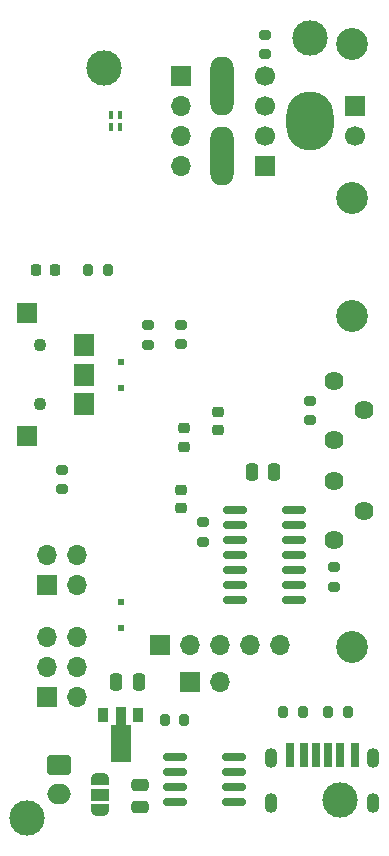
<source format=gts>
G04 #@! TF.GenerationSoftware,KiCad,Pcbnew,(6.0.10-0)*
G04 #@! TF.CreationDate,2024-06-01T19:56:01+09:00*
G04 #@! TF.ProjectId,AutoFeeder_Drum-type,4175746f-4665-4656-9465-725f4472756d,01*
G04 #@! TF.SameCoordinates,Original*
G04 #@! TF.FileFunction,Soldermask,Top*
G04 #@! TF.FilePolarity,Negative*
%FSLAX46Y46*%
G04 Gerber Fmt 4.6, Leading zero omitted, Abs format (unit mm)*
G04 Created by KiCad (PCBNEW (6.0.10-0)) date 2024-06-01 19:56:01*
%MOMM*%
%LPD*%
G01*
G04 APERTURE LIST*
G04 Aperture macros list*
%AMRoundRect*
0 Rectangle with rounded corners*
0 $1 Rounding radius*
0 $2 $3 $4 $5 $6 $7 $8 $9 X,Y pos of 4 corners*
0 Add a 4 corners polygon primitive as box body*
4,1,4,$2,$3,$4,$5,$6,$7,$8,$9,$2,$3,0*
0 Add four circle primitives for the rounded corners*
1,1,$1+$1,$2,$3*
1,1,$1+$1,$4,$5*
1,1,$1+$1,$6,$7*
1,1,$1+$1,$8,$9*
0 Add four rect primitives between the rounded corners*
20,1,$1+$1,$2,$3,$4,$5,0*
20,1,$1+$1,$4,$5,$6,$7,0*
20,1,$1+$1,$6,$7,$8,$9,0*
20,1,$1+$1,$8,$9,$2,$3,0*%
%AMFreePoly0*
4,1,22,0.550000,-0.750000,0.000000,-0.750000,0.000000,-0.745033,-0.079941,-0.743568,-0.215256,-0.701293,-0.333266,-0.622738,-0.424486,-0.514219,-0.481581,-0.384460,-0.499164,-0.250000,-0.500000,-0.250000,-0.500000,0.250000,-0.499164,0.250000,-0.499963,0.256109,-0.478152,0.396186,-0.417904,0.524511,-0.324060,0.630769,-0.204165,0.706417,-0.067858,0.745374,0.000000,0.744959,0.000000,0.750000,
0.550000,0.750000,0.550000,-0.750000,0.550000,-0.750000,$1*%
%AMFreePoly1*
4,1,20,0.000000,0.744959,0.073905,0.744508,0.209726,0.703889,0.328688,0.626782,0.421226,0.519385,0.479903,0.390333,0.500000,0.250000,0.500000,-0.250000,0.499851,-0.262216,0.476331,-0.402017,0.414519,-0.529596,0.319384,-0.634700,0.198574,-0.708877,0.061801,-0.746166,0.000000,-0.745033,0.000000,-0.750000,-0.550000,-0.750000,-0.550000,0.750000,0.000000,0.750000,0.000000,0.744959,
0.000000,0.744959,$1*%
%AMFreePoly2*
4,1,9,3.862500,-0.866500,0.737500,-0.866500,0.737500,-0.450000,-0.737500,-0.450000,-0.737500,0.450000,0.737500,0.450000,0.737500,0.866500,3.862500,0.866500,3.862500,-0.866500,3.862500,-0.866500,$1*%
G04 Aperture macros list end*
%ADD10FreePoly0,90.000000*%
%ADD11R,1.500000X1.000000*%
%ADD12FreePoly1,90.000000*%
%ADD13RoundRect,0.200000X-0.200000X-0.275000X0.200000X-0.275000X0.200000X0.275000X-0.200000X0.275000X0*%
%ADD14RoundRect,0.150000X0.825000X0.150000X-0.825000X0.150000X-0.825000X-0.150000X0.825000X-0.150000X0*%
%ADD15RoundRect,0.200000X-0.275000X0.200000X-0.275000X-0.200000X0.275000X-0.200000X0.275000X0.200000X0*%
%ADD16R,1.700000X1.700000*%
%ADD17O,1.700000X1.700000*%
%ADD18C,3.000000*%
%ADD19O,2.000000X5.000000*%
%ADD20RoundRect,0.225000X0.250000X-0.225000X0.250000X0.225000X-0.250000X0.225000X-0.250000X-0.225000X0*%
%ADD21RoundRect,0.225000X-0.250000X0.225000X-0.250000X-0.225000X0.250000X-0.225000X0.250000X0.225000X0*%
%ADD22RoundRect,0.150000X-0.825000X-0.150000X0.825000X-0.150000X0.825000X0.150000X-0.825000X0.150000X0*%
%ADD23RoundRect,0.250000X0.250000X0.475000X-0.250000X0.475000X-0.250000X-0.475000X0.250000X-0.475000X0*%
%ADD24C,2.700000*%
%ADD25RoundRect,0.200000X0.200000X0.275000X-0.200000X0.275000X-0.200000X-0.275000X0.200000X-0.275000X0*%
%ADD26R,0.900000X1.300000*%
%ADD27FreePoly2,270.000000*%
%ADD28C,1.620000*%
%ADD29RoundRect,0.218750X0.218750X0.256250X-0.218750X0.256250X-0.218750X-0.256250X0.218750X-0.256250X0*%
%ADD30R,0.700000X2.000000*%
%ADD31R,0.760000X2.000000*%
%ADD32R,0.800000X2.000000*%
%ADD33O,1.100000X1.700000*%
%ADD34C,1.100000*%
%ADD35R,1.800000X1.900000*%
%ADD36R,1.700000X1.800000*%
%ADD37R,0.500000X0.500000*%
%ADD38O,4.000000X5.000000*%
%ADD39R,0.400000X0.650000*%
%ADD40RoundRect,0.250000X-0.475000X0.250000X-0.475000X-0.250000X0.475000X-0.250000X0.475000X0.250000X0*%
%ADD41RoundRect,0.250000X-0.750000X0.600000X-0.750000X-0.600000X0.750000X-0.600000X0.750000X0.600000X0*%
%ADD42O,2.000000X1.700000*%
%ADD43C,1.700000*%
G04 APERTURE END LIST*
D10*
X120142000Y-137825000D03*
D11*
X120142000Y-136525000D03*
D12*
X120142000Y-135225000D03*
D13*
X119167500Y-92075000D03*
X120817500Y-92075000D03*
D14*
X131510000Y-137160000D03*
X131510000Y-135890000D03*
X131510000Y-134620000D03*
X131510000Y-133350000D03*
X126560000Y-133350000D03*
X126560000Y-134620000D03*
X126560000Y-135890000D03*
X126560000Y-137160000D03*
D15*
X116970000Y-109030000D03*
X116970000Y-110680000D03*
X140000000Y-117275000D03*
X140000000Y-118925000D03*
D16*
X115700000Y-118745000D03*
D17*
X115700000Y-116205000D03*
X118240000Y-118745000D03*
X118240000Y-116205000D03*
D18*
X138000000Y-72500000D03*
D19*
X130500000Y-82500000D03*
D20*
X127000000Y-112281000D03*
X127000000Y-110731000D03*
D21*
X127254000Y-105524000D03*
X127254000Y-107074000D03*
D16*
X125225000Y-123825000D03*
D17*
X127765000Y-123825000D03*
X130305000Y-123825000D03*
X132845000Y-123825000D03*
X135385000Y-123825000D03*
D22*
X131640000Y-112395000D03*
X131640000Y-113665000D03*
X131640000Y-114935000D03*
X131640000Y-116205000D03*
X131640000Y-117475000D03*
X131640000Y-118745000D03*
X131640000Y-120015000D03*
X136590000Y-120015000D03*
X136590000Y-118745000D03*
X136590000Y-117475000D03*
X136590000Y-116205000D03*
X136590000Y-114935000D03*
X136590000Y-113665000D03*
X136590000Y-112395000D03*
D23*
X134935000Y-109220000D03*
X133035000Y-109220000D03*
D15*
X127000000Y-96727742D03*
X127000000Y-98377742D03*
X134115000Y-72200000D03*
X134115000Y-73850000D03*
D24*
X141500000Y-73000000D03*
D25*
X137350000Y-129540000D03*
X135700000Y-129540000D03*
D13*
X125667000Y-130175000D03*
X127317000Y-130175000D03*
D26*
X123420000Y-129795000D03*
D27*
X121920000Y-129882500D03*
D26*
X120420000Y-129795000D03*
D24*
X141500000Y-86000000D03*
D28*
X140000000Y-101500000D03*
X142500000Y-104000000D03*
X140000000Y-106500000D03*
D29*
X116335000Y-92075000D03*
X114760000Y-92075000D03*
D30*
X138500000Y-133200000D03*
D31*
X140520000Y-133200000D03*
D32*
X141750000Y-133200000D03*
D30*
X139500000Y-133200000D03*
D31*
X137480000Y-133200000D03*
D32*
X136250000Y-133200000D03*
D33*
X143320000Y-133425500D03*
X134680000Y-133425500D03*
X143320000Y-137225500D03*
X134680000Y-137225500D03*
D13*
X139510000Y-129540000D03*
X141160000Y-129540000D03*
D18*
X114000000Y-138500000D03*
D28*
X140000000Y-110000000D03*
X142500000Y-112500000D03*
X140000000Y-115000000D03*
D24*
X141500000Y-96000000D03*
D34*
X115119000Y-98465000D03*
X115119000Y-103465000D03*
D35*
X118869000Y-103415000D03*
X118869000Y-98465000D03*
D36*
X114019000Y-106165000D03*
X114019000Y-95765000D03*
D35*
X118869000Y-100965000D03*
D15*
X138000000Y-103175000D03*
X138000000Y-104825000D03*
D19*
X130500000Y-76500000D03*
D15*
X128905000Y-113475000D03*
X128905000Y-115125000D03*
D37*
X121920000Y-122385000D03*
X121920000Y-120185000D03*
D21*
X130175000Y-104127000D03*
X130175000Y-105677000D03*
D15*
X124237500Y-96775000D03*
X124237500Y-98425000D03*
D16*
X127000000Y-75717400D03*
D17*
X127000000Y-78257400D03*
X127000000Y-80797400D03*
X127000000Y-83337400D03*
D23*
X123450000Y-127000000D03*
X121550000Y-127000000D03*
D38*
X138000000Y-79500000D03*
D37*
X121920000Y-99865000D03*
X121920000Y-102065000D03*
D18*
X140500000Y-137000000D03*
D39*
X121880000Y-79027400D03*
X121120000Y-79027400D03*
X121120000Y-80027400D03*
X121880000Y-80027400D03*
D40*
X123571000Y-135702000D03*
X123571000Y-137602000D03*
D24*
X141500000Y-124000000D03*
D18*
X120500000Y-75000000D03*
D41*
X116713000Y-133985000D03*
D42*
X116713000Y-136485000D03*
D16*
X127762000Y-127000000D03*
D17*
X130302000Y-127000000D03*
D16*
X134191200Y-83312000D03*
X141800000Y-78250000D03*
D43*
X141800000Y-80790000D03*
X134180000Y-80790000D03*
X134180000Y-78250000D03*
D16*
X115700000Y-128270000D03*
D17*
X118240000Y-128270000D03*
X115700000Y-125730000D03*
X118240000Y-125730000D03*
X115700000Y-123190000D03*
X118240000Y-123190000D03*
D43*
X134191200Y-75717400D03*
M02*

</source>
